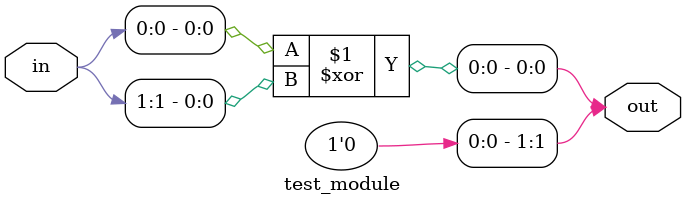
<source format=sv>
module test_module(
  input  logic [1:0] in,
  output logic [1:0] out
);

  assign out[0] = in[0] ^ in[1];
  assign out[1] = 1'h0;

endmodule

</source>
